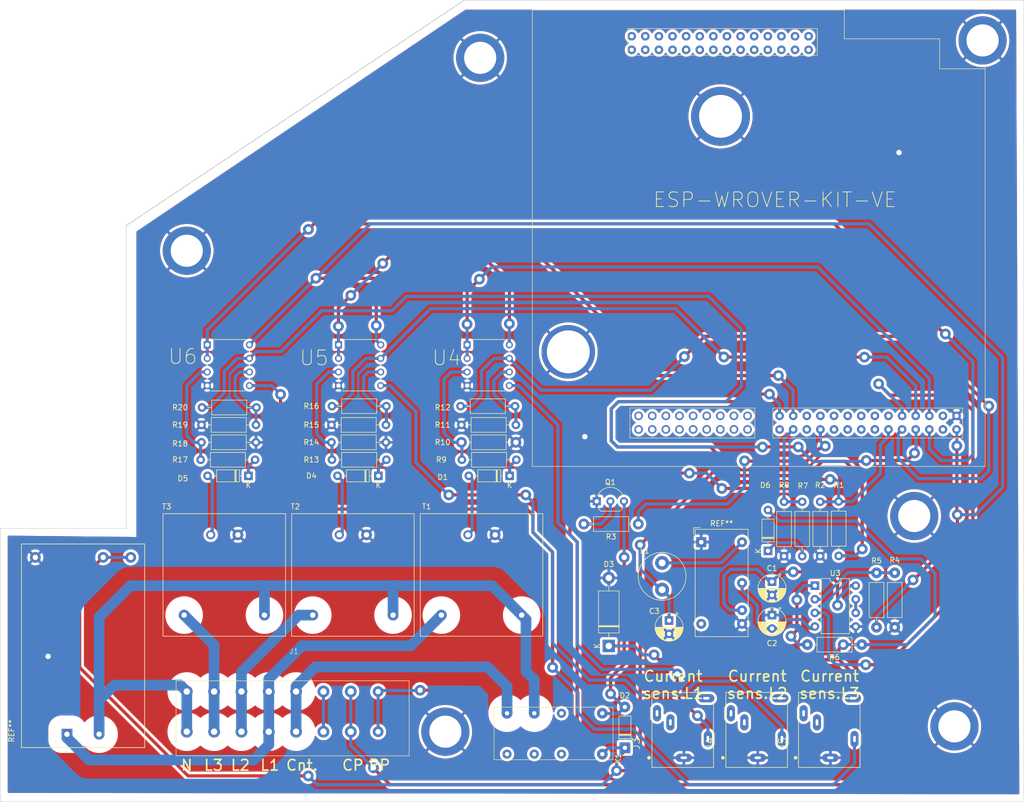
<source format=kicad_pcb>
(kicad_pcb (version 20221018) (generator pcbnew)
  (title_block (title "ECS HORIZOP Prototype") (date "2023-05-14") (rev "1.4") (company "HORIZOP Energy"))
  (layers (0 "F.Cu" signal) (31 "B.Cu" signal) (34 "B.Paste" user) (35 "F.Paste" user) (36 "B.SilkS" user "B.Silkscreen") (37 "F.SilkS" user "F.Silkscreen") (38 "B.Mask" user) (39 "F.Mask" user) (44 "Edge.Cuts" user))
  (net 0 "")
  (net 1 "GND")
  (net 2 "+5V")
  (net 3 "Net-(D1-Pad2)")
  (net 4 "Net-(D2-Pad2)")
  (net 5 "CP")
  (net 6 "Net-(D4-Pad2)")
  (net 7 "Net-(D5-Pad2)")
  (net 8 "Contactor")
  (net 9 "MAINS_N")
  (net 10 "MAINS_L3")
  (net 11 "MAINS_L2")
  (net 12 "MAINS_L1")
  (net 13 "/PP")
  (net 14 "CUR_SENS_L3")
  (net 15 "CUR_SENS_L2")
  (net 16 "CUR_SENS_L1")
  (net 17 "VOLTAGE_SENS_L1_READ")
  (net 18 "+12VDC")
  (net 19 "-12VDC")
  (net 20 "Net-(D1-Pad1)")
  (net 21 "Net-(D4-Pad1)")
  (net 22 "Net-(D5-Pad1)")
  (net 23 "Net-(D6-Pad1)")
  (net 24 "Net-(L1-Pad1)")
  (net 25 "Net-(Q1-Pad2)")
  (net 26 "DC_RELAY")
  (net 27 "Net-(R4-Pad2)")
  (net 28 "+3V3")
  (net 29 "Net-(R6-Pad2)")
  (net 30 "CP_READ")
  (net 31 "Net-(R10-Pad1)")
  (net 32 "Net-(R11-Pad2)")
  (net 33 "CURRENT_SENS_L1_READ")
  (net 34 "Net-(R13-Pad2)")
  (net 35 "Net-(R15-Pad2)")
  (net 36 "CURRENT_SENS_L2_READ")
  (net 37 "Net-(R17-Pad2)")
  (net 38 "Net-(R19-Pad2)")
  (net 39 "CURRENT_SENS_L3_READ")
  (net 40 "PWM")
  (net 41 "Net-(U3-Pad6)")
  (net 42 "VOLTAGE_SENS_L3_READ")
  (net 43 "VOLTAGE_SENS_L2_READ")
  (footprint "DehneEVSEFootPrints:MountingHole_6mm" (layer "F.Cu") (at 161.8 100.69)
    (fp_text reference "REF**" hide)
    (fp_text value "MountingHole_6mm")
  )
  (footprint "DehneEVSEFootPrints:MountingHole_6mm" (layer "F.Cu") (at 216.55 64.69)
    (fp_text reference "REF**" hide)
    (fp_text value "MountingHole_6mm")
  )
  (footprint "DehneEVSEFootPrints:MountingHole_6mm" (layer "F.Cu") (at 305.05 189.44)
    (fp_text reference "REF**" hide)
    (fp_text value "MountingHole_6mm")
  )
  (footprint "NonFoundThings:Bornier la5dher" (layer "F.Cu") (at 159.8 170.94)
    (fp_text reference "J1")
    (fp_text value "Connector1")
  )
  (footprint "ECS-PrototypeFootPrints:CUI_SJ1-3515N" (layer "F.Cu") (at 254.545 195.3 90)
    (fp_text reference "J3")
    (fp_text value "SJ1-3515N")
  )
  (footprint "ECS-PrototypeFootPrints:CUI_SJ1-3515N" (layer "F.Cu") (at 268.345 195.3 90)
    (fp_text reference "J4")
    (fp_text value "SJ1-3515N")
  )
  (footprint "ECS-PrototypeFootPrints:CUI_SJ1-3515N" (layer "F.Cu") (at 281.9 195.3 90)
    (fp_text reference "J5")
    (fp_text value "SJ1-3515N")
  )
  (footprint "Diode_THT:D_DO-35_SOD27_P7.62mm_Horizontal" (layer "F.Cu") (at 243.55 193.44 90)
    (fp_text reference "D2")
    (fp_text value "1N4148")
  )
  (footprint "Diode_THT:D_DO-15_P12.70mm_Horizontal" (layer "F.Cu") (at 240.55 174.44 90)
    (fp_text reference "D3")
    (fp_text value "TVS-P6KE16CA")
  )
  (footprint "Package_TO_SOT_THT:TO-92_Inline_Wide" (layer "F.Cu") (at 238.3 147.44)
    (fp_text reference "Q1")
    (fp_text value "PN2222A")
  )
  (footprint "Resistor_THT:R_Axial_DIN0207_L6.3mm_D2.5mm_P10.16mm_Horizontal" (layer "F.Cu") (at 283.449999 147.475001 -90)
    (fp_text reference "R1")
    (fp_text value "1k")
  )
  (footprint "Resistor_THT:R_Axial_DIN0207_L6.3mm_D2.5mm_P10.16mm_Horizontal" (layer "F.Cu") (at 280.005 157.69 90)
    (fp_text reference "R2")
    (fp_text value "1k")
  )
  (footprint "Resistor_THT:R_Axial_DIN0207_L6.3mm_D2.5mm_P10.16mm_Horizontal" (layer "F.Cu") (at 246.05 151.69 180)
    (fp_text reference "R3")
    (fp_text value "330")
  )
  (footprint "Resistor_THT:R_Axial_DIN0207_L6.3mm_D2.5mm_P10.16mm_Horizontal" (layer "F.Cu") (at 293.91 170.95 90)
    (fp_text reference "R4")
    (fp_text value "120k")
  )
  (footprint "Resistor_THT:R_Axial_DIN0207_L6.3mm_D2.5mm_P10.16mm_Horizontal" (layer "F.Cu") (at 290.51 160.79 -90)
    (fp_text reference "R5")
    (fp_text value "120k")
  )
  (footprint "Resistor_THT:R_Axial_DIN0207_L6.3mm_D2.5mm_P10.16mm_Horizontal" (layer "F.Cu") (at 287.755 174.19 180)
    (fp_text reference "R6")
    (fp_text value "1k")
  )
  (footprint "Resistor_THT:R_Axial_DIN0207_L6.3mm_D2.5mm_P10.16mm_Horizontal" (layer "F.Cu") (at 276.64 147.53 -90)
    (fp_text reference "R7")
    (fp_text value "180k")
  )
  (footprint "Resistor_THT:R_Axial_DIN0207_L6.3mm_D2.5mm_P10.16mm_Horizontal" (layer "F.Cu") (at 273.255 157.69 90)
    (fp_text reference "R8")
    (fp_text value "47k")
  )
  (footprint "DehneEVSEFootPrints:VB_05-1-12" (layer "F.Cu") (at 168.8 161.19 90)
    (fp_text reference "T3")
    (fp_text value "VB_05-1-12")
  )
  (footprint "DehneEVSEFootPrints:VB_05-1-12" (layer "F.Cu") (at 216.8 161.19 90)
    (fp_text reference "T1")
    (fp_text value "VB_05-1-12")
  )
  (footprint "DehneEVSEFootPrints:VB_05-1-12" (layer "F.Cu") (at 192.8 161.19 90)
    (fp_text reference "T2")
    (fp_text value "VB_05-1-12")
  )
  (footprint "DehneEVSEFootPrints:MountingHole_6mm" (layer "F.Cu") (at 297.55 150.19)
    (fp_text reference "REF**" hide)
    (fp_text value "MountingHole_6mm")
  )
  (footprint "Package_DIP:DIP-8_W7.62mm" (layer "F.Cu") (at 279.005 163.19)
    (fp_text reference "U3")
    (fp_text value "LT1498IN8")
  )
  (footprint "Diode_THT:D_DO-35_SOD27_P7.62mm_Horizontal" (layer "F.Cu") (at 270.255 156.69 90)
    (fp_text reference "D6")
    (fp_text value "1N4148")
  )
  (footprint "Inductor_THT:L_Radial_D8.7mm_P5.00mm_Fastron_07HCP" (layer "F.Cu") (at 250.5 158.94 -90)
    (fp_text reference "L1")
    (fp_text value "18uH")
  )
  (footprint "Capacitor_THT:CP_Radial_D5.0mm_P2.50mm" (layer "F.Cu") (at 271.005 168.69 -90)
    (fp_text reference "C2")
    (fp_text value "1uf")
  )
  (footprint "Capacitor_THT:CP_Radial_D5.0mm_P2.50mm" (layer "F.Cu") (at 251.8 169.69 -90)
    (fp_text reference "C3")
    (fp_text value "2.2uf/50V")
  )
  (footprint "Capacitor_THT:CP_Radial_D5.0mm_P2.50mm" (layer "F.Cu") (at 271.005 162.44 -90)
    (fp_text reference "C1")
    (fp_text value "1uf")
  )
  (footprint "Diode_THT:D_DO-35_SOD27_P7.62mm_Horizontal" (layer "F.Cu") (at 197.55 142.69 180)
    (fp_text reference "D4")
    (fp_text value "1N4148")
  )
  (footprint "Resistor_THT:R_Axial_DIN0207_L6.3mm_D2.5mm_P10.16mm_Horizontal" (layer "F.Cu") (at 188.8 133.19)
    (fp_text reference "R15")
    (fp_text value "10k")
  )
  (footprint "Diode_THT:D_DO-35_SOD27_P7.62mm_Horizontal" (layer "F.Cu") (at 222.05 142.69 180)
    (fp_text reference "D1")
    (fp_text value "1N4148")
  )
  (footprint "Resistor_THT:R_Axial_DIN0207_L6.3mm_D2.5mm_P10.16mm_Horizontal" (layer "F.Cu") (at 223.3 139.69 180)
    (fp_text reference "R9")
    (fp_text value "100k")
  )
  (footprint "Resistor_THT:R_Axial_DIN0207_L6.3mm_D2.5mm_P10.16mm_Horizontal" (layer "F.Cu") (at 213.05 136.44)
    (fp_text reference "R10")
    (fp_text value "10k")
  )
  (footprint "Resistor_THT:R_Axial_DIN0207_L6.3mm_D2.5mm_P10.16mm_Horizontal" (layer "F.Cu") (at 213.05 133.19)
    (fp_text reference "R11")
    (fp_text value "10k")
  )
  (footprint "Resistor_THT:R_Axial_DIN0207_L6.3mm_D2.5mm_P10.16mm_Horizontal" (layer "F.Cu") (at 174.55 139.69 180)
    (fp_text reference "R17")
    (fp_text value "100k")
  )
  (footprint "Resistor_THT:R_Axial_DIN0207_L6.3mm_D2.5mm_P10.16mm_Horizontal" (layer "F.Cu") (at 199.05 129.69 180)
    (fp_text reference "R16")
    (fp_text value "10k")
  )
  (footprint "Resistor_THT:R_Axial_DIN0207_L6.3mm_D2.5mm_P10.16mm_Horizontal" (layer "F.Cu") (at 164.55 136.44)
    (fp_text reference "R18")
    (fp_text value "10k")
  )
  (footprint "Resistor_THT:R_Axial_DIN0207_L6.3mm_D2.5mm_P10.16mm_Horizontal" (layer "F.Cu") (at 199.05 139.69 180)
    (fp_text reference "R13")
    (fp_text value "100k")
  )
  (footprint "Resistor_THT:R_Axial_DIN0207_L6.3mm_D2.5mm_P10.16mm_Horizontal" (layer "F.Cu") (at 223.05 129.69 180)
    (fp_text reference "R12")
    (fp_text value "10k")
  )
  (footprint "Resistor_THT:R_Axial_DIN0207_L6.3mm_D2.5mm_P10.16mm_Horizontal" (layer "F.Cu") (at 188.8 136.44)
    (fp_text reference "R14")
    (fp_text value "10k")
  )
  (footprint "Resistor_THT:R_Axial_DIN0207_L6.3mm_D2.5mm_P10.16mm_Horizontal" (layer "F.Cu") (at 174.8 129.94 180)
    (fp_text reference "R20")
    (fp_text value "10k")
  )
  (footprint "Resistor_THT:R_Axial_DIN0207_L6.3mm_D2.5mm_P10.16mm_Horizontal" (layer "F.Cu") (at 164.55 133.19)
    (fp_text reference "R19")
    (fp_text value "10k")
  )
  (footprint "Diode_THT:D_DO-35_SOD27_P7.62mm_Horizontal" (layer "F.Cu") (at 173.3 142.69 180)
    (fp_text reference "D5")
    (fp_text value "1N4148")
  )
  (footprint "ECS-PrototypeFootPrints:DIP787W46P254L927H533Q8" (layer "F.Cu") (at 218.05 122.05)
    (fp_text reference "U4")
    (fp_text value "MCP602T")
  )
  (footprint "ECS-PrototypeFootPrints:DIP787W46P254L927H533Q8" (layer "F.Cu") (at 194.05 122.05)
    (fp_text reference "U5")
    (fp_text value "MCP602T")
  )
  (footprint "ECS-PrototypeFootPrints:DIP787W46P254L927H533Q8" (layer "F.Cu") (at 169.55 122.05)
    (fp_text reference "U6")
    (fp_text value "MCP602T")
  )
  (footprint "NonFoundThings:RY5W-K" (layer "F.Cu") (at 231.02 201.22 180)
    (fp_text reference "REF**" hide)
    (fp_text value "RY5W-K")
  )
  (footprint "Converter_DCDC:Converter_DCDC_XP_POWER-IAxxxxD_THT" (layer "F.Cu") (at 257.8 155.07)
    (fp_text reference "REF**")
    (fp_text value "Converter_DCDC_XP_POWER-IAxxxxD_THT")
  )
  (footprint "" (layer "F.Cu") (at 210.05 190.44)
    (fp_text reference "")
    (fp_text value "")
  )
  (footprint "" (layer "F.Cu") (at 310.3 61.44)
    (fp_text reference "")
    (fp_text value "")
  )
  (footprint "ECS-PrototypeFootPrints:CONV_HLK-5M05" (layer "F.Cu") (at 142.44 174.41 90)
    (fp_text reference "REF**")
    (fp_text value "CONV_HLK-5M05")
  )
  (footprint "" (layer "F.Cu") (at 233.49 118.59)
    (fp_text reference "")
    (fp_text value "")
  )
  (footprint "" (layer "F.Cu") (at 263.01 75.31)
    (fp_text reference "")
    (fp_text value "")
  )
  (footprint "NonFoundThings:ESP-WROVER-KIT-VE" (layer "B.Cu") (at 310.79 140.94 90)
    (fp_text reference "Ref**" hide)
    (fp_text value "ESP-WROVER-KIT-VE" hide)
  )
  (footprint "ECS-PrototypeFootPrints:KiCAD Loo" (layer "B.Cu") (at 203.83 78.07 180)
    (fp_text reference "G***" hide)
    (fp_text value "LOGO" hide)
  )
  (gr_line (start 318 203.5) (end 127 203.5) (stroke (width 0.1)) (layer "Edge.Cuts"))
  (gr_line (start 213.5 54) (end 318 54) (stroke (width 0.1)) (layer "Edge.Cuts"))
  (gr_line (start 127 203.5) (end 126.995 152.5) (stroke (width 0.1)) (layer "Edge.Cuts"))
  (gr_line (start 318 54) (end 318 203.5) (stroke (width 0.1)) (layer "Edge.Cuts"))
  (gr_line (start 150.5 96) (end 213.5 54) (stroke (width 0.2)) (layer "Edge.Cuts"))
  (gr_line (start 150.5 152.5) (end 150.5 96) (stroke (width 0.1)) (layer "Edge.Cuts"))
  (gr_line (start 126.995 152.5) (end 150.5 152.5) (stroke (width 0.1)) (layer "Edge.Cuts"))
  (gr_text "HORIZOP Energy\nECS PCB V9 August 2023" (at 203.43 91.37) (layer "F.Cu") (effects (font (size 2 2) (thickness 0.5) bold) (justify bottom)))
  (gr_text "L3" (at 166.8 196.69) (layer "F.SilkS") (effects (font (size 2 2) (thickness 0.3))))
  (gr_text "L2" (at 171.8 196.69) (layer "F.SilkS") (effects (font (size 2 2) (thickness 0.3))))
  (gr_text "L1" (at 177.3 196.69) (layer "F.SilkS") (effects (font (size 2 2) (thickness 0.3))))
  (gr_text "Cnt." (at 183.3 196.69) (layer "F.SilkS") (effects (font (size 2 2) (thickness 0.3))))
  (gr_text "CP" (at 192.8 196.69) (layer "F.SilkS") (effects (font (size 2 2) (thickness 0.3))))
  (gr_text "PP" (at 197.75 196.67) (layer "F.SilkS") (effects (font (size 2 2) (thickness 0.3))))
  (gr_text "Current\nsens.L1" (at 252.55 181.69) (layer "F.SilkS") (effects (font (size 2 2) (thickness 0.3))))
  (gr_text "Current\nsens.L2" (at 268.255 181.69) (layer "F.SilkS") (effects (font (size 2 2) (thickness 0.3))))
  (gr_text "Current\nsens.L3" (at 281.755 181.69) (layer "F.SilkS") (effects (font (size 2 2) (thickness 0.3))))
  (gr_text "N" (at 161.8 196.69) (layer "F.SilkS") (effects (font (size 2 2) (thickness 0.3))))
  (gr_text "ESP-WROVER-KIT-VE" (at 271.55 91.19) (layer "F.SilkS") (effects (font (size 2.755976 2.755976))))
  (segment (start 187.3 182.94) (end 187.3 190.44) (width 0.6) (layer "B.Cu") (net 0))
  (via (at 236.08 135.38) (size 2) (drill 1) (layers "F.Cu" "B.Cu") (net 1))
  (via (at 294.71 82.37) (size 2) (drill 1) (layers "F.Cu" "B.Cu") (net 1))
  (via (at 135.92 176.38) (size 2) (drill 1) (layers "F.Cu" "B.Cu") (net 1))
  (segment (start 151.34 157.91) (end 151.64 157.61) (width 0.6) (layer "F.Cu") (net 2))
  (segment (start 141.8 178.45) (end 141.8 162.25) (width 0.6) (layer "F.Cu") (net 2))
  (segment (start 242.17 137.31) (end 241 136.14) (width 0.6) (layer "F.Cu") (net 2))
  (segment (start 260.05 141.94) (end 264.12 141.94) (width 0.6) (layer "F.Cu") (net 2))
  (segment (start 270.53 127.44) (end 270.14 127.83) (width 0.6) (layer "F.Cu") (net 2))
  (segment (start 241 136.14) (end 241 130.19) (width 0.6) (layer "F.Cu") (net 2))
  (segment (start 267.61 128.84) (end 269.01 127.44) (width 0.6) (layer "F.Cu") (net 2))
  (segment (start 259.49 137.31) (end 242.17 137.31) (width 0.6) (layer "F.Cu") (net 2))
  (segment (start 243.95 197.7) (end 242.01 197.7) (width 0.6) (layer "F.Cu") (net 2))
  (segment (start 264.84 142.66) (end 259.49 137.31) (width 0.6) (layer "F.Cu") (net 2))
  (segment (start 184.46 198.69) (end 162.04 198.69) (width 0.6) (layer "F.Cu") (net 2))
  (segment (start 287.84 143.18) (end 284.66 140) (width 0.6) (layer "F.Cu") (net 2))
  (segment (start 269.01 127.44) (end 270.53 127.44) (width 0.6) (layer "F.Cu") (net 2))
  (segment (start 264.12 141.94) (end 264.125 141.945) (width 0.6) (layer "F.Cu") (net 2))
  (segment (start 287.84 156.34) (end 287.84 143.18) (width 0.6) (layer "F.Cu") (net 2))
  (segment (start 242.35 128.84) (end 267.61 128.84) (width 0.6) (layer "F.Cu") (net 2))
  (segment (start 146.14 157.91) (end 146.19 157.91) (width 0.6) (layer "F.Cu") (net 2))
  (segment (start 146.2 157.9) (end 146.21 157.91) (width 0.6) (layer "F.Cu") (net 2))
  (segment (start 141.8 162.25) (end 146.14 157.91) (width 0.6) (layer "F.Cu") (net 2))
  (segment (start 151.64 157.61) (end 151.66 157.61) (width 0.6) (layer "F.Cu") (net 2))
  (segment (start 284.66 140) (end 280.39 140) (width 0.6) (layer "F.Cu") (net 2))
  (segment (start 241 130.19) (end 242.35 128.84) (width 0.6) (layer "F.Cu") (net 2))
  (segment (start 280.39 140) (end 277.73 142.66) (width 0.6) (layer "F.Cu") (net 2))
  (segment (start 246.41 155.58) (end 260.05 141.94) (width 0.6) (layer "F.Cu") (net 2))
  (segment (start 146.19 157.91) (end 146.2 157.9) (width 0.6) (layer "F.Cu") (net 2))
  (segment (start 277.73 142.66) (end 264.84 142.66) (width 0.6) (layer "F.Cu") (net 2))
  (segment (start 246.41 155.58) (end 246.41 195.24) (width 0.6) (layer "F.Cu") (net 2))
  (segment (start 246.41 195.24) (end 243.95 197.7) (width 0.6) (layer "F.Cu") (net 2))
  (segment (start 162.04 198.69) (end 141.8 178.45) (width 0.6) (layer "F.Cu") (net 2))
  (via (at 270.53 127.44) (size 2) (drill 1) (layers "F.Cu" "B.Cu") (net 2))
  (via (at 246.41 155.58) (size 2) (drill 1) (layers "F.Cu" "B.Cu") (net 2))
  (via (at 184.46 198.69) (size 2) (drill 1) (layers "F.Cu" "B.Cu") (net 2))
  (via (at 146.2 157.9) (size 2) (drill 1) (layers "F.Cu" "B.Cu") (net 2))
  (via (at 242.01 197.7) (size 2) (drill 1) (layers "F.Cu" "B.Cu") (net 2))
  (via (at 287.84 156.34) (size 2) (drill 1) (layers "F.Cu" "B.Cu") (net 2))
  (segment (start 146.21 157.91) (end 151.34 157.91) (width 0.6) (layer "B.Cu") (net 2))
  (segment (start 242.01 195.56) (end 243.55 194.02) (width 0.6) (layer "B.Cu") (net 2))
  (segment (start 251.8 169.69) (end 251.8 165.24) (width 0.6) (layer "B.Cu") (net 2))
  (segment (start 250.25 163.94) (end 250.5 163.94) (width 0.6) (layer "B.Cu") (net 2))
  (segment (start 251.8 165.24) (end 250.5 163.94) (width 0.6) (layer "B.Cu") (net 2))
  (segment (start 287.84 156.34) (end 286.565 157.615) (width 0.6) (layer "B.Cu") (net 2))
  (segment (start 286.565 157.615) (end 283.47 157.615) (width 0.6) (layer "B.Cu") (net 2))
  (segment (start 243.55 194.02) (end 243.55 193.44) (width 0.6) (layer "B.Cu") (net 2))
  (segment (start 242.01 197.7) (end 242.01 195.56) (width 0.6) (layer "B.Cu") (net 2))
  (segment (start 246.41 155.58) (end 246.41 160.1) (width 0.6) (layer "B.Cu") (net 2))
  (segment (start 239.34 194.62) (end 240.52 193.44) (width 0.6) (layer "B.Cu") (net 2))
  (segment (start 240.52 193.44) (end 243.55 193.44) (width 0.6) (layer "B.Cu") (net 2))
  (segment (start 246.41 160.1) (end 250.25 163.94) (width 0.6) (layer "B.Cu") (net 2))
  (segment (start 270.53 127.44) (end 272.42 129.33) (width 0.6) (layer "B.Cu") (net 2))
  (segment (start 186.1 200.33) (end 184.46 198.69) (width 0.6) (layer "B.Cu") (net 2))
  (segment (start 283.47 157.615) (end 283.449999 157.635001) (width 0.6) (layer "B.Cu") (net 2))
  (segment (start 239.38 200.33) (end 186.1 200.33) (width 0.6) (layer "B.Cu") (net 2))
  (segment (start 272.42 129.33) (end 272.42 131.5) (width 0.6) (layer "B.Cu") (net 2))
  (segment (start 242.01 197.7) (end 239.38 200.33) (width 0.6) (layer "B.Cu") (net 2))
  (segment (start 214.26 142.86) (end 214.43 142.69) (width 0.6) (layer "F.Cu") (net 3))
  (segment (start 215.05 152.907) (end 214.26 153.697) (width 0.6) (layer "B.Cu") (net 3))
  (segment (start 214.43 142.69) (end 215.05 143.31) (width 0.6) (layer "B.Cu") (net 3))
  (segment (start 215.05 143.31) (end 215.05 152.907) (width 0.6) (layer "B.Cu") (net 3))
  (segment (start 243.42 177.84) (end 240.88 180.38) (width 0.6) (layer "F.Cu") (net 4))
  (segment (start 240.88 180.38) (end 240.88 183.37) (width 0.6) (layer "F.Cu") (net 4))
  (segment (start 243.3 147.52) (end 243.38 147.44) (width 0.6) (layer "F.Cu") (net 4))
  (segment (start 243.3 185.57) (end 243.55 185.82) (width 0.6) (layer "F.Cu") (net 4))
  (segment (start 243.42 157.91) (end 243.42 177.84) (width 0.6) (layer "F.Cu") (net 4))
  (via (at 240.88 183.37) (size 2) (drill 1) (layers "F.Cu" "B.Cu") (net 4))
  (via (at 243.42 157.91) (size 2) (drill 1) (layers "F.Cu" "B.Cu") (net 4))
  (segment (start 243.42 147.48) (end 243.38 147.44) (width 0.6) (layer "B.Cu") (net 4))
  (segment (start 243.42 157.91) (end 243.42 147.48) (width 0.6) (layer "B.Cu") (net 4))
  (segment (start 240.88 183.37) (end 240.88 183.39) (width 0.6) (layer "B.Cu") (net 4))
  (segment (start 243.55 185.82) (end 242.32 187.05) (width 0.6) (layer "B.Cu") (net 4))
  (segment (start 242.32 187.05) (end 239.39 187.05) (width 0.6) (layer "B.Cu") (net 4))
  (segment (start 243.31 185.82) (end 243.55 185.82) (width 0.6) (layer "B.Cu") (net 4))
  (segment (start 240.88 183.39) (end 243.31 185.82) (width 0.6) (layer "B.Cu") (net 4))
  (segment (start 239.39 187.05) (end 239.34 187) (width 0.6) (layer "B.Cu") (net 4))
  (segment (start 289.5 183) (end 283.5 177) (width 0.6) (layer "F.Cu") (net 5))
  (segment (start 284.26 174.19) (end 284.29 174.19) (width 0.6) (layer "F.Cu") (net 5))
  (segment (start 196.65 197.25) (end 199.73 200.33) (width 0.6) (layer "F.Cu") (net 5))
  (segment (start 289.5 198.25) (end 289.5 183) (width 0.6) (layer "F.Cu") (net 5))
  (segment (start 196.65 197.23) (end 196.65 197.25) (width 0.6) (layer "F.Cu") (net 5))
  (segment (start 283.5 177) (end 280.95 177) (width 0.6) (layer "F.Cu") (net 5))
  (segment (start 284.29 174.19) (end 284.3 174.2) (width 0.6) (layer "F.Cu") (net 5))
  (segment (start 287.42 200.33) (end 289.5 198.25) (width 0.6) (layer "F.Cu") (net 5))
  (segment (start 283.5 177) (end 283.5 174.95) (width 0.6) (layer "F.Cu") (net 5))
  (segment (start 284.3 174.2) (end 284.31 174.19) (width 0.6) (layer "F.Cu") (net 5))
  (segment (start 249.9 177) (end 283.5 177) (width 0.6) (layer "F.Cu") (net 5))
  (segment (start 199.73 200.33) (end 287.42 200.33) (width 0.6) (layer "F.Cu") (net 5))
  (segment (start 249 176.1) (end 249.9 177) (width 0.6) (layer "F.Cu") (net 5))
  (segment (start 283.5 174.95) (end 284.26 174.19) (width 0.6) (layer "F.Cu") (net 5))
  (via (at 196.64 197.17) (size 2) (drill 1) (layers "F.Cu" "B.Cu") (net 5))
  (via (at 284.3 174.2) (size 2) (drill 1) (layers "F.Cu" "B.Cu") (net 5))
  (via (at 249 176.1) (size 2) (drill 1) (layers "F.Cu" "B.Cu") (net 5))
  (segment (start 192.4 182.94) (end 192.4 190.44) (width 0.6) (layer "B.Cu") (net 5))
  (segment (start 301.42 160.85) (end 298.76 158.19) (width 0.6) (layer "B.Cu") (net 5))
  (segment (start 272.315 151.13) (end 270.255 149.07) (width 0.6) (layer "B.Cu") (net 5))
  (segment (start 296.18 174.19) (end 301.42 168.95) (width 0.6) (layer "B.Cu") (net 5))
  (segment (start 286.68 151.13) (end 272.315 151.13) (width 0.6) (layer "B.Cu") (net 5))
  (segment (start 293.74 158.19) (end 286.68 151.13) (width 0.6) (layer "B.Cu") (net 5))
  (segment (start 301.42 168.95) (end 301.42 160.85) (width 0.6) (layer "B.Cu") (net 5))
  (segment (start 192.4 193.01) (end 196.56 197.17) (width 0.6) (layer "B.Cu") (net 5))
  (segment (start 284.31 174.19) (end 287.755 174.19) (width 0.6) (layer "B.Cu") (net 5))
  (segment (start 192.4 190.44) (end 192.4 193.01) (width 0.6) (layer "B.Cu") (net 5))
  (segment (start 249 176.1) (end 246.96 176.1) (width 0.6) (layer "B.Cu") (net 5))
  (segment (start 196.56 197.17) (end 196.64 197.17) (width 0.6) (layer "B.Cu") (net 5))
  (segment (start 298.76 158.19) (end 293.74 158.19) (width 0.6) (layer "B.Cu") (net 5))
  (segment (start 245.3 174.44) (end 240.55 174.44) (width 0.6) (layer "B.Cu") (net 5))
  (segment (start 246.96 176.1) (end 245.3 174.44) (width 0.6) (layer "B.Cu") (net 5))
  (segment (start 287.755 174.19) (end 296.18 174.19) (width 0.6) (layer "B.Cu") (net 5))
  (segment (start 190.26 143.02) (end 189.93 142.69) (width 0.6) (layer "F.Cu") (net 6))
  (segment (start 190.8 143.56) (end 190.8 153.157) (width 0.6) (layer "B.Cu") (net 6))
  (segment (start 189.93 142.69) (end 190.8 143.56) (width 0.6) (layer "B.Cu") (net 6))
  (segment (start 190.8 153.157) (end 190.26 153.697) (width 0.6) (layer "B.Cu") (net 6))
  (segment (start 166.55 143.56) (end 166.55 153.407) (width 0.6) (layer "B.Cu") (net 7))
  (segment (start 165.68 142.69) (end 166.55 143.56) (width 0.6) (layer "B.Cu") (net 7))
  (segment (start 166.55 153.407) (end 166.26 153.697) (width 0.6) (layer "B.Cu") (net 7))
  (segment (start 185.808881 178.35) (end 182.2 181.958881) (width 2) (layer "B.Cu") (net 8))
  (segment (start 211.71 178.35) (end 217.9 178.35) (width 2) (layer "B.Cu") (net 8))
  (segment (start 221.56 182.01) (end 221.56 187) (width 2) (layer "B.Cu") (net 8))
  (segment (start 182.2 183.34) (end 182.2 190.44) (width 2) (layer "B.Cu") (net 8))
  (segment (start 182.2 181.958881) (end 182.2 182.94) (width 2) (layer "B.Cu") (net 8))
  (segment (start 211.71 178.35) (end 185.808881 178.35) (width 2) (layer "B.Cu") (net 8))
  (segment (start 217.9 178.35) (end 221.56 182.01) (width 2) (layer "B.Cu") (net 8))
  (segment (start 161.8 182.94) (end 160.61 181.75) (width 2) (layer "B.Cu") (net 9))
  (segment (start 145.54 184.47) (end 145.44 184.57) (width 2) (layer "B.Cu") (net 9))
  (segment (start 146.36 183.65) (end 145.54 184.47) (width 2) (layer "B.Cu") (net 9))
  (segment (start 200.293 168.683) (end 200.293 163.197) (width 2) (layer "B.Cu") (net 9))
  (segment (start 176.293 168.683) (end 176.293 163.683) (width 2) (layer "B.Cu") (net 9))
  (segment (start 145.44 186.02) (end 145.44 169.05) (width 2) (layer "B.Cu") (net 9))
  (segment (start 226.64 180.726039) (end 225.1 179.186039) (width 2) (layer "B.Cu") (net 9))
  (segment (start 148.26 181.75) (end 146.36 183.65) (width 2) (layer "B.Cu") (net 9))
  (segment (start 200.293 163.197) (end 200.3 163.19) (width 2) (layer "B.Cu") (net 9))
  (segment (start 176.293 163.683) (end 175.8 163.19) (width 2) (layer "B.Cu") (net 9))
  (segment (start 226.64 187) (end 226.64 180.726039) (width 2) (layer "B.Cu") (net 9))
  (segment (start 161.8 182.94) (end 161.8 190.44) (width 2) (layer "B.Cu") (net 9))
  (segment (start 225.1 169.49) (end 224.293 168.683) (width 2) (layer "B.Cu") (net 9))
  (segment (start 175.8 163.19) (end 200.3 163.19) (width 2) (layer "B.Cu") (net 9))
  (segment (start 218.8 163.19) (end 224.293 168.683) (width 2) (layer "B.Cu") (net 9))
  (segment (start 151.3 163.19) (end 175.8 163.19) (width 2) (layer "B.Cu") (net 9))
  (segment (start 145.44 169.05) (end 151.3 163.19) (width 2) (layer "B.Cu") (net 9))
  (segment (start 145.44 184.57) (end 145.44 190.91) (width 2) (layer "B.Cu") (net 9))
  (segment (start 225.1 179.186039) (end 225.1 169.49) (width 2) (layer "B.Cu") (net 9))
  (segment (start 200.3 163.19) (end 218.8 163.19) (width 2) (layer "B.Cu") (net 9))
  (segment (start 160.61 181.75) (end 148.26 181.75) (width 2) (layer "B.Cu") (net 9))
  (segment (start 161.307 168.683) (end 166.9 174.276) (width 2) (layer "B.Cu") (net 10))
  (segment (start 166.9 174.276) (end 166.9 190.44) (width 2) (layer "B.Cu") (net 10))
  (segment (start 182.656961 168.683) (end 172 179.339961) (width 2) (layer "B.Cu") (net 11))
  (segment (start 172 179.339961) (end 172 190.44) (width 2) (layer "B.Cu") (net 11))
  (segment (start 185.307 168.683) (end 182.656961 168.683) (width 2) (layer "B.Cu") (net 11))
  (segment (start 139.44 190.91) (end 139.44 191.573962) (width 2) (layer "B.Cu") (net 12))
  (segment (start 203.59 174.4) (end 209.307 168.683) (width 2) (layer "B.Cu") (net 12))
  (segment (start 174.28 195.71) (end 177.1 192.89) (width 2) (layer "B.Cu") (net 12))
  (segment (start 177.1 180.603923) (end 183.303923 174.4) (width 2) (layer "B.Cu") (net 12))
  (segment (start 139.44 191.573962) (end 143.576038 195.71) (width 2) (layer "B.Cu") (net 12))
  (segment (start 143.576038 195.71) (end 174.28 195.71) (width 2) (layer "B.Cu") (net 12))
  (segment (start 177.1 192.89) (end 177.1 180.603923) (width 2) (layer "B.Cu") (net 12))
  (segment (start 183.303923 174.4) (end 203.59 174.4) (width 2) (layer "B.Cu") (net 12))
  (segment (start 280.12 143.36) (end 278.43 145.05) (width 0.6) (layer "F.Cu") (net 13))
  (segment (start 219.05 191.69) (end 216.8 189.44) (width 0.6) (layer "F.Cu") (net 13))
  (segment (start 233.3 142.99) (end 233.3 153.69) (width 0.6) (layer "F.Cu") (net 13))
  (segment (start 232.22 191.69) (end 219.05 191.69) (width 0.6) (layer "F.Cu") (net 13))
  (segment (start 281.84 143.36) (end 280.12 143.36) (width 0.6) (layer "F.Cu") (net 13))
  (segment (start 278.43 145.05) (end 261.66 145.05) (width 0.6) (layer "F.Cu") (net 13))
  (segment (start 205.36 182.69) (end 205.35 182.7) (width 0.6) (layer "F.Cu") (net 13))
  (segment (start 216.8 189.44) (end 216.8 186.19) (width 0.6) (layer "F.Cu") (net 13))
  (segment (start 234.65 189.26) (end 232.22 191.69) (width 0.6) (layer "F.Cu") (net 13))
  (segment (start 283.395 147.53) (end 283.449999 147.475001) (width 0.6) (layer "F.Cu") (net 13))
  (segment (start 234.1 142.19) (end 233.3 142.99) (width 0.6) (layer "F.Cu") (net 13))
  (segment (start 233.3 153.69) (end 234.65 155.04) (width 0.6) (layer "F.Cu") (net 13))
  (segment (start 213.3 182.69) (end 205.36 182.69) (width 0.6) (layer "F.Cu") (net 13))
  (segment (start 234.65 155.04) (end 234.65 189.26) (width 0.6) (layer "F.Cu") (net 13))
  (segment (start 216.8 186.19) (end 213.3 182.69) (width 0.6) (layer "F.Cu") (net 13))
  (segment (start 205.35 182.7) (end 205.34 182.69) (width 0.6) (layer "F.Cu") (net 13))
  (segment (start 255.6 142.19) (end 234.2 142.19) (width 0.6) (layer "F.Cu") (net 13))
  (segment (start 234.8 142.19) (end 234.1 142.19) (width 0.6) (layer "F.Cu") (net 13))
  (segment (start 197.75 182.69) (end 197.5 182.94) (width 0.6) (layer "F.Cu") (net 13))
  (via (at 205.35 182.7) (size 2) (drill 1) (layers "F.Cu" "B.Cu") (net 13))
  (via (at 255.6 142.19) (size 2) (drill 1) (layers "F.Cu" "B.Cu") (net 13))
  (via (at 281.84 143.36) (size 2) (drill 1) (layers "F.Cu" "B.Cu") (net 13))
  (via (at 261.66 145.05) (size 2) (drill 1) (layers "F.Cu" "B.Cu") (net 13))
  (segment (start 258.8 142.19) (end 256.8 142.19) (width 0.6) (layer "B.Cu") (net 13))
  (segment (start 205.34 182.69) (end 205.28 182.75) (width 0.6) (layer "B.Cu") (net 13))
  (segment (start 205.28 182.75) (end 197.81 182.75) (width 0.6) (layer "B.Cu") (net 13))
  (segment (start 282.84 143.36) (end 283.449999 143.969999) (width 0.6) (layer "B.Cu") (net 13))
  (segment (start 261.66 145.05) (end 258.8 142.19) (width 0.6) (layer "B.Cu") (net 13))
  (segment (start 280.005 147.53) (end 283.395 147.53) (width 0.6) (layer "B.Cu") (net 13))
  (segment (start 197.81 182.75) (end 197.75 182.69) (width 0.6) (layer "B.Cu") (net 13))
  (segment (start 197.5 182.94) (end 197.5 190.44) (width 0.6) (layer "B.Cu") (net 13))
  (segment (start 291.25 136.86) (end 292.74 135.37) (width 0.6) (layer "B.Cu") (net 13))
  (segment (start 283.449999 147.475001) (end 286.034999 147.475001) (width 0.6) (layer "B.Cu") (net 13))
  (segment (start 283.449999 143.969999) (end 283.449999 147.475001) (width 0.6) (layer "B.Cu") (net 13))
  (segment (start 291.25 142.26) (end 291.25 136.86) (width 0.6) (layer "B.Cu") (net 13))
  (segment (start 281.84 143.36) (end 282.84 143.36) (width 0.6) (layer "B.Cu") (net 13))
  (segment (start 286.034999 147.475001) (end 291.25 142.26) (width 0.6) (layer "B.Cu") (net 13))
  (segment (start 292.74 135.37) (end 292.74 134.04) (width 0.6) (layer "B.Cu") (net 13))
  (segment (start 230.05 178.44) (end 230.05 156.9) (width 0.6) (layer "F.Cu") (net 14))
  (segment (start 179.3 127.5) (end 179.3 127.44) (width 0.6) (layer "F.Cu") (net 14))
  (segment (start 226.4 150) (end 225.3 148.9) (width 0.6) (layer "F.Cu") (net 14))
  (segment (start 230.05 156.9) (end 226.4 153.25) (width 0.6) (layer "F.Cu") (net 14))
  (segment (start 225.3 148.9) (end 185.51 148.9) (width 0.6) (layer "F.Cu") (net 14))
  (segment (start 226.4 153.25) (end 226.4 150) (width 0.6) (layer "F.Cu") (net 14))
  (segment (start 179.3 142.69) (end 179.3 127.5) (width 0.6) (layer "F.Cu") (net 14))
  (segment (start 185.51 148.9) (end 179.3 142.69) (width 0.6) (layer "F.Cu") (net 14))
  (via (at 230.05 178.44) (size 2) (drill 1) (layers "F.Cu" "B.Cu") (net 14))
  (via (at 179.3 127.5) (size 2) (drill 1) (layers "F.Cu" "B.Cu") (net 14))
  (segment (start 234.8 186.9) (end 237.87 189.97) (width 0.6) (layer "B.Cu") (net 14))
  (segment (start 255.43 200.33) (end 282.47 200.33) (width 0.6) (layer "B.Cu") (net 14))
  (segment (start 246.55 191.45) (end 255.43 200.33) (width 0.6) (layer "B.Cu") (net 14))
  (segment (start 246.55 191.44) (end 246.55 191.45) (width 0.6) (layer "B.Cu") (net 14))
  (segment (start 286.4 196.4) (end 286.4 191.8) (width 0.6) (layer "B.Cu") (net 14))
  (segment (start 179.3 127.5) (end 177.66 125.86) (width 0.6) (layer "B.Cu") (net 14))
  (segment (start 245.08 189.97) (end 246.55 191.44) (width 0.6) (layer "B.Cu") (net 14))
  (segment (start 282.47 200.33) (end 286.4 196.4) (width 0.6) (layer "B.Cu") (net 14))
  (segment (start 234.8 183.19) (end 234.8 186.9) (width 0.6) (layer "B.Cu") (net 14))
  (segment (start 237.87 189.97) (end 245.08 189.97) (width 0.6) (layer "B.Cu") (net 14))
  (segment (start 230.05 178.44) (end 234.8 183.19) (width 0.6) (layer "B.Cu") (net 14))
  (segment (start 177.66 125.86) (end 173.485 125.86) (width 0.6) (layer "B.Cu") (net 14))
  (segment (start 225.11 146.3) (end 225.06 146.25) (width 0.6) (layer "F.Cu") (net 15))
  (segment (start 210.7 146.25) (end 210.66 146.3) (width 0.6) (layer "F.Cu") (net 15))
  (segment (start 225.06 146.25) (end 210.7 146.25) (width 0.6) (layer "F.Cu") (net 15))
  (via (at 210.7 146.25) (size 2) (drill 1) (layers "F.Cu" "B.Cu") (net 15))
  (via (at 225.06 146.25) (size 2) (drill 1) (layers "F.Cu" "B.Cu") (net 15))
  (segment (start 225.06 146.25) (end 226.4 147.59) (width 0.6) (layer "B.Cu") (net 15))
  (segment (start 243.65 180.8) (end 246.47 183.62) (width 0.6) (layer "B.Cu") (net 15))
  (segment (start 226.4 147.59) (end 226.4 153.25) (width 0.6) (layer "B.Cu") (net 15))
  (segment (start 236.92 180.8) (end 243.65 180.8) (width 0.6) (layer "B.Cu") (net 15))
  (segment (start 226.4 153.25) (end 230.05 156.9) (width 0.6) (layer "B.Cu") (net 15))
  (segment (start 230.05 173.93) (end 236.92 180.8) (width 0.6) (layer "B.Cu") (net 15))
  (segment (start 210.66 146.3) (end 204.55 140.19) (width 0.6) (layer "B.Cu") (net 15))
  (segment (start 272.845 189.395) (end 272.845 191.8) (width 0.6) (layer "B.Cu") (net 15))
  (segment (start 199.72 125.86) (end 197.985 125.86) (width 0.6) (layer "B.Cu") (net 15))
  (segment (start 256.77 181.04) (end 264.49 181.04) (width 0.6) (layer "B.Cu") (net 15))
  (segment (start 204.55 130.69) (end 199.72 125.86) (width 0.6) (layer "B.Cu") (net 15))
  (segment (start 204.55 140.19) (end 204.55 130.69) (width 0.6) (layer "B.Cu") (net 15))
  (segment (start 246.47 183.62) (end 254.29 183.62) (width 0.6) (layer "B.Cu") (net 15))
  (segment (start 254.29 183.62) (end 254.29 183.52) (width 0.6) (layer "B.Cu") (net 15))
  (segment (start 230.05 156.9) (end 230.05 173.93) (width 0.6) (layer "B.Cu") (net 15))
  (segment (start 254.29 183.52) (end 256.77 181.04) (width 0.6) (layer "B.Cu") (net 15))
  (segment (start 264.49 181.04) (end 272.845 189.395) (width 0.6) (layer "B.Cu") (net 15))
  (segment (start 253.325 179.675) (end 253.34 179.69) (width 0.6) (layer "F.Cu") (net 16))
  (segment (start 257.1 187.45) (end 257.1 187.5) (width 0.6) (layer "F.Cu") (net 16))
  (segment (start 257.05 187.45) (end 257.1 187.45) (width 0.6) (layer "F.Cu") (net 16))
  (segment (start 253.34 179.69) (end 253.34 183.74) (width 0.6) (layer "F.Cu") (net 16))
  (segment (start 253.34 183.74) (end 257.05 187.45) (width 0.6) (layer "F.Cu") (net 16))
  (via (at 257.1 187.45) (size 2) (drill 1) (layers "F.Cu" "B.Cu") (net 16))
  (via (at 253.325 179.675) (size 2) (drill 1) (layers "F.Cu" "B.Cu") (net 16))
  (segment (start 231.05 133.19) (end 223.72 125.86) (width 0.6) (layer "B.Cu") (net 16))
  (segment (start 223.72 125.86) (end 221.985 125.86) (width 0.6) (layer "B.Cu") (net 16))
  (segment (start 234.65 155.05) (end 231.05 151.45) (width 0.6) (layer "B.Cu") (net 16))
  (segment (start 259.045 189.445) (end 259.045 191.8) (width 0.6) (layer "B.Cu") (net 16))
  (segment (start 252.45 178.8) (end 239.28 178.8) (width 0.6) (layer "B.Cu") (net 16))
  (segment (start 234.65 174.17) (end 234.65 155.05) (width 0.6) (layer "B.Cu") (net 16))
  (segment (start 253.325 179.675) (end 252.45 178.8) (width 0.6) (layer "B.Cu") (net 16))
  (segment (start 231.05 151.45) (end 231.05 133.19) (width 0.6) (layer "B.Cu") (net 16))
  (segment (start 239.28 178.8) (end 234.65 174.17) (width 0.6) (layer "B.Cu") (net 16))
  (segment (start 257.1 187.5) (end 259.045 189.445) (width 0.6) (layer "B.Cu") (net 16))
  (segment (start 214.115 114.385) (end 214.1 114.4) (width 0.6) (layer "F.Cu") (net 17))
  (segment (start 216.4 106) (end 214.115 108.285) (width 0.6) (layer "F.Cu") (net 17))
  (segment (start 214.115 108.285) (end 214.115 114.385) (width 0.6) (layer "F.Cu") (net 17))
  (via (at 216.4 106) (size 2) (drill 1) (layers "F.Cu" "B.Cu") (net 17))
  (via (at 214.1 114.4) (size 2) (drill 1) (layers "F.Cu" "B.Cu") (net 17))
  (segment (start 218.68 103.72) (end 279.55 103.72) (width 0.6) (layer "B.Cu") (net 17))
  (segment (start 216.4 106) (end 218.68 103.72) (width 0.6) (layer "B.Cu") (net 17))
  (segment (start 300.36 124.53) (end 300.36 131.5) (width 0.6) (layer "B.Cu") (net 17))
  (segment (start 214.1 114.4) (end 214.1 118.225) (width 0.6) (layer "B.Cu") (net 17))
  (segment (start 214.1 118.225) (end 214.115 118.24) (width 0.6) (layer "B.Cu") (net 17))
  (segment (start 279.55 103.72) (end 300.36 124.53) (width 0.6) (layer "B.Cu") (net 17))
  (segment (start 214.115 118.24) (end 214.115 120.78) (width 0.6) (layer "B.Cu") (net 17))
  (segment (start 271.005 162.44) (end 270.57 162.44) (width 0.6) (layer "F.Cu") (net 18))
  (segment (start 281.22 160.62) (end 283.24 162.64) (width 0.6) (layer "F.Cu") (net 18))
  (segment (start 283.24 162.64) (end 283.24 166.85) (width 0.6) (layer "F.Cu") (net 18))
  (segment (start 274.97 160.62) (end 281.22 160.62) (width 0.6) (layer "F.Cu") (net 18))
  (via (at 274.97 160.62) (size 2) (drill 1) (layers "F.Cu" "B.Cu") (net 18))
  (via (at 283.24 166.85) (size 2) (drill 1) (layers "F.Cu" "B.Cu") (net 18))
  (segment (start 262.02 166.59) (end 263.2 167.77) (width 0.6) (layer "B.Cu") (net 18))
  (segment (start 283.24 166.85) (end 283.24 165.61) (width 0.6) (layer "B.Cu") (net 18))
  (segment (start 283.24 165.61) (end 285.66 163.19) (width 0.6) (layer "B.Cu") (net 18))
  (segment (start 268.28 160.15) (end 263.2 160.15) (width 0.6) (layer "B.Cu") (net 18))
  (segment (start 274.97 160.62) (end 272.825 160.62) (width 0.6) (layer "B.Cu") (net 18))
  (segment (start 263.2 160.15) (end 262.02 161.33) (width 0.6) (layer "B.Cu") (net 18))
  (segment (start 285.66 163.19) (end 286.625 163.19) (width 0.6) (layer "B.Cu") (net 18))
  (segment (start 270.57 162.44) (end 268.28 160.15) (width 0.6) (layer "B.Cu") (net 18))
  (segment (start 262.02 161.33) (end 262.02 166.59) (width 0.6) (layer "B.Cu") (net 18))
  (segment (start 263.2 167.77) (end 265.42 167.77) (width 0.6) (layer "B.Cu") (net 18))
  (segment (start 272.825 160.62) (end 271.005 162.44) (width 0.6) (layer "B.Cu") (net 18))
  (segment (start 278.625 171.19) (end 279.005 170.81) (width 0.6) (layer "F.Cu") (net 19))
  (segment (start 272.29 171.19) (end 273.98 169.5) (width 0.6) (layer "B.Cu") (net 19))
  (segment (start 265.42 164.06) (end 268.28 166.92) (width 0.6) (layer "B.Cu") (net 19))
  (segment (start 273.98 169.5) (end 276.45 169.5) (width 0.6) (layer "B.Cu") (net 19))
  (segment (start 271.005 171.19) (end 272.29 171.19) (width 0.6) (layer "B.Cu") (net 19))
  (segment (start 268.28 166.92) (end 268.28 169.91) (width 0.6) (layer "B.Cu") (net 19))
  (segment (start 276.45 169.5) (end 278.14 171.19) (width 0.6) (layer "B.Cu") (net 19))
  (segment (start 268.28 169.91) (end 269.56 171.19) (width 0.6) (layer "B.Cu") (net 19))
  (segment (start 278.14 171.19) (end 278.625 171.19) (width 0.6) (layer "B.Cu") (net 19))
  (segment (start 265.42 162.69) (end 265.42 164.06) (width 0.6) (layer "B.Cu") (net 19))
  (segment (start 269.56 171.19) (end 271.005 171.19) (width 0.6) (layer "B.Cu") (net 19))
  (segment (start 222.05 140.94) (end 223.3 139.69) (width 0.6) (layer "B.Cu") (net 20))
  (segment (start 222.05 142.69) (end 222.05 140.94) (width 0.6) (layer "B.Cu") (net 20))
  (segment (start 197.55 141.19) (end 199.05 139.69) (width 0.6) (layer "B.Cu") (net 21))
  (segment (start 197.55 142.69) (end 197.55 141.19) (width 0.6) (layer "B.Cu") (net 21))
  (segment (start 173.3 140.94) (end 174.55 139.69) (width 0.6) (layer "B.Cu") (net 22))
  (segment (start 173.3 142.69) (end 173.3 140.94) (width 0.6) (layer "B.Cu") (net 22))
  (segment (start 271.755 155.19) (end 270.255 156.69) (width 0.6) (layer "B.Cu") (net 23))
  (segment (start 276.64 157.69) (end 276.64 156.575) (width 0.6) (layer "B.Cu") (net 23))
  (segment (start 276.64 156.575) (end 275.255 155.19) (width 0.6) (layer "B.Cu") (net 23))
  (segment (start 275.255 155.19) (end 271.755 155.19) (width 0.6) (layer "B.Cu") (net 23))
  (segment (start 250.51 158.95) (end 261.54 158.95) (width 0.6) (layer "B.Cu") (net 24))
  (segment (start 261.54 158.95) (end 265.42 155.07) (width 0.6) (layer "B.Cu") (net 24))
  (segment (start 250.5 158.94) (end 250.51 158.95) (width 0.6) (layer "B.Cu") (net 24))
  (segment (start 240.84 149.9) (end 239.05 151.69) (width 0.6) (layer "B.Cu") (net 25))
  (segment (start 239.05 151.69) (end 235.89 151.69) (width 0.6) (layer "B.Cu") (net 25))
  (segment (start 240.84 147.44) (end 240.84 149.9) (width 0.6) (layer "B.Cu") (net 25))
  (segment (start 265.94 139.94) (end 277.51 139.94) (width 0.6) (layer "F.Cu") (net 26))
  (segment (start 265.89 139.89) (end 265.94 139.94) (width 0.6) (layer "F.Cu") (net 26))
  (segment (start 279.9 137.55) (end 280.95 137.55) (width 0.6) (layer "F.Cu") (net 26))
  (segment (start 280.95 137.55) (end 280.85 137.65) (width 0.6) (layer "F.Cu") (net 26))
  (segment (start 277.51 139.94) (end 279.9 137.55) (width 0.6) (layer "F.Cu") (net 26))
  (segment (start 280.95 137.15) (end 280.95 137.55) (width 0.6) (layer "F.Cu") (net 26))
  (via (at 280.95 137.15) (size 2) (drill 1) (layers "F.Cu" "B.Cu") (net 26))
  (via (at 265.89 139.89) (size 2) (drill 1) (layers "F.Cu" "B.Cu") (net 26))
  (segment (start 247.46 147.95) (end 246.05 149.36) (width 0.6) (layer "B.Cu") (net 26))
  (segment (start 265.87 139.91) (end 265.87 144.78) (width 0.6) (layer "B.Cu") (net 26))
  (segment (start 262.7 147.95) (end 247.46 147.95) (width 0.6) (layer "B.Cu") (net 26))
  (segment (start 280.04 136.24) (end 280.04 134.04) (width 0.6) (layer "B.Cu") (net 26))
  (segment (start 280.95 137.15) (end 280.04 136.24) (width 0.6) (layer "B.Cu") (net 26))
  (segment (start 265.89 139.89) (end 265.87 139.91) (width 0.6) (layer "B.Cu") (net 26))
  (segment (start 246.05 149.36) (end 246.05 151.69) (width 0.6) (layer "B.Cu") (net 26))
  (segment (start 265.87 144.78) (end 262.7 147.95) (width 0.6) (layer "B.Cu") (net 26))
  (segment (start 290.595 160.78) (end 290.505 160.69) (width 0.6) (layer "F.Cu") (net 27))
  (segment (start 290.465 160.73) (end 285.18 160.73) (width 0.6) (layer "B.Cu") (net 27))
  (segment (start 290.505 160.69) (end 290.465 160.73) (width 0.6) (layer "B.Cu") (net 27))
  (segment (start 280.18 165.73) (end 279.005 165.73) (width 0.6) (layer "B.Cu") (net 27))
  (segment (start 285.18 160.73) (end 280.18 165.73) (width 0.6) (layer "B.Cu") (net 27))
  (segment (start 293.755 160.78) (end 290.595 160.78) (width 0.6) (layer "B.Cu") (net 27))
  (segment (start 222 106.7) (end 222 114.3) (width 0.6) (layer "F.Cu") (net 28))
  (segment (start 305.5 134.16) (end 305.44 134.1) (width 0.6) (layer "F.Cu") (net 28))
  (segment (start 185.8985 105.8265) (end 185.914 105.842) (width 0.6) (layer "F.Cu") (net 28))
  (segment (start 297.43 162.11) (end 305.6 153.94) (width 0.6) (layer "F.Cu") (net 28))
  (segment (start 203.61 102.9) (end 218.2 102.9) (width 0.6) (layer "F.Cu") (net 28))
  (segment (start 305.6 153.94) (end 305.6 149.95) (width 0.6) (layer "F.Cu") (net 28))
  (segment (start 200.646 105.842) (end 200.657 105.853) (width 0.6) (layer "F.Cu") (net 28))
  (segment (start 297.32 162.11) (end 297.43 162.11) (width 0.6) (layer "F.Cu") (net 28))
  (segment (start 305.5 149.8) (end 305.5 137.1) (width 0.6) (layer "F.Cu") (net 28))
  (segment (start 221.9 118.155) (end 221.985 118.24) (width 0.6) (layer "F.Cu") (net 28))
  (segment (start 185.914 105.842) (end 200.646 105.842) (width 0.6) (layer "F.Cu") (net 28))
  (segment (start 305.65 149.95) (end 305.5 149.8) (width 0.6) (layer "F.Cu") (net 28))
  (segment (start 218.2 102.9) (end 222 106.7) (width 0.6) (layer "F.Cu") (net 28))
  (segment (start 197.16 109.35) (end 203.61 102.9) (width 0.6) (layer "F.Cu") (net 28))
  (segment (start 197.16 114.65) (end 197.16 109.35) (width 0.6) (layer "F.Cu") (net 28))
  (via (at 185.8985 105.8265) (size 2) (drill 1) (layers "F.Cu" "B.Cu") (net 28))
  (via (at 222 114.3) (size 2) (drill 1) (layers "F.Cu" "B.Cu") (net 28))
  (via (at 305.5 137.1) (size 2) (drill 1) (layers "F.Cu" "B.Cu") (net 28))
  (via (at 305.6 149.95) (size 2) (drill 1) (layers "F.Cu" "B.Cu") (net 28))
  (via (at 197.16 114.65) (size 2) (drill 1) (layers "F.Cu" "B.Cu") (net 28))
  (via (at 297.32 162.11) (size 2) (drill 1) (layers "F.Cu" "B.Cu") (net 28))
  (segment (start 289.112 95.682) (end 196.043 95.682) (width 0.6) (layer "B.Cu") (net 28))
  (segment (start 293.28 166.15) (end 293.28 166.17) (width 0.6) (layer "B.Cu") (net 28))
  (segment (start 314.06 120.63) (end 289.112 95.682) (width 0.6) (layer "B.Cu") (net 28))
  (segment (start 197.16 114.65) (end 197.16 117.415) (width 0.6) (layer "B.Cu") (net 28))
  (segment (start 290.51 168.94) (end 290.51 170.95) (width 0.6) (layer "B.Cu") (net 28))
  (segment (start 314.06 144.85) (end 314.06 120.63) (width 0.6) (layer "B.Cu") (net 28))
  (segment (start 293.28 166.17) (end 290.51 168.94) (width 0.6) (layer "B.Cu") (net 28))
  (segment (start 308.96 149.95) (end 314.06 144.85) (width 0.6) (layer "B.Cu") (net 28))
  (segment (start 297.32 162.11) (end 293.28 166.15) (width 0.6) (layer "B.Cu") (net 28))
  (segment (start 197.16 117.415) (end 197.985 118.24) (width 0.6) (layer "B.Cu") (net 28))
  (segment (start 305.65 149.95) (end 308.96 149.95) (width 0.6) (layer "B.Cu") (net 28))
  (segment (start 221.985 114.315) (end 222 114.3) (width 0.6) (layer "B.Cu") (net 28))
  (segment (start 305.5 137.1) (end 305.5 134.16) (width 0.6) (layer "B.Cu") (net 28))
  (segment (start 196.043 95.682) (end 173.485 118.24) (width 0.6) (layer "B.Cu") (net 28))
  (segment (start 221.985 118.24) (end 221.985 114.315) (width 0.6) (layer "B.Cu") (net 28))
  (segment (start 274.5 172.65) (end 274.55 172.6) (width 0.6) (layer "F.Cu") (net 29))
  (segment (start 274.5 172.7) (end 274.5 172.65) (width 0.6) (layer "F.Cu") (net 29))
  (segment (start 274.55 172.6) (end 275.65 171.5) (width 0.6) (layer "F.Cu") (net 29))
  (segment (start 275.65 171.5) (end 275.65 165.85) (width 0.6) (layer "F.Cu") (net 29))
  (via (at 274.55 172.6) (size 2) (drill 1) (layers "F.Cu" "B.Cu") (net 29))
  (via (at 275.65 165.85) (size 2) (drill 1) (layers "F.Cu" "B.Cu") (net 29))
  (segment (start 275.65 165.85) (end 275.65 164.5) (width 0.6) (layer "B.Cu") (net 29))
  (segment (start 276.96 163.19) (end 279.005 163.19) (width 0.6) (layer "B.Cu") (net 29))
  (segment (start 275.99 174.19) (end 274.5 172.7) (width 0.6) (layer "B.Cu") (net 29))
  (segment (start 275.65 164.5) (end 276.96 163.19) (width 0.6) (layer "B.Cu") (net 29))
  (segment (start 277.595 174.19) (end 275.99 174.19) (width 0.6) (layer "B.Cu") (net 29))
  (segment (start 273.369999 147.415001) (end 273.255 147.53) (width 0.6) (layer "F.Cu") (net 30))
  (segment (start 276.515 147.53) (end 273.484998 147.53) (width 0.6) (layer "B.Cu") (net 30))
  (segment (start 276.629999 147.415001) (end 276.515 147.53) (width 0.6) (layer "B.Cu") (net 30))
  (segment (start 273.255 135.745) (end 274.96 134.04) (width 0.6) (layer "B.Cu") (net 30))
  (segment (start 273.255 147.53) (end 273.255 135.745) (width 0.6) (layer "B.Cu") (net 30))
  (segment (start 273.484998 147.53) (end 273.369999 147.415001) (width 0.6) (layer "B.Cu") (net 30))
  (segment (start 213.14 136.53) (end 213.05 136.44) (width 0.6) (layer "F.Cu") (net 31))
  (segment (start 213.14 139.69) (end 213.14 136.53) (width 0.6) (layer "B.Cu") (net 31))
  (segment (start 211.55 136.44) (end 209.8 134.69) (width 0.6) (layer "B.Cu") (net 31))
  (segment (start 209.8 134.69) (end 209.8 124.65) (width 0.6) (layer "B.Cu") (net 31))
  (segment (start 209.8 124.65) (end 211.13 123.32) (width 0.6) (layer "B.Cu") (net 31))
  (segment (start 213.05 136.44) (end 211.55 136.44) (width 0.6) (layer "B.Cu") (net 31))
  (segment (start 211.13 123.32) (end 214.115 123.32) (width 0.6) (layer "B.Cu") (net 31))
  (segment (start 213.14 136.53) (end 213.05 136.44) (width 0.6) (layer "B.Cu") (net 31))
  (segment (start 223.21 129.85) (end 223.05 129.69) (width 0.6) (layer "F.Cu") (net 32))
  (segment (start 219.11 127.5) (end 219.11 124.88) (width 0.6) (layer "B.Cu") (net 32))
  (segment (start 223.05 129.69) (end 221.3 129.69) (width 0.6) (layer "B.Cu") (net 32))
  (segment (start 223.21 133.19) (end 223.21 129.85) (width 0.6) (layer "B.Cu") (net 32))
  (segment (start 221.3 129.69) (end 219.11 127.5) (width 0.6) (layer "B.Cu") (net 32))
  (segment (start 219.11 124.88) (end 220.67 123.32) (width 0.6) (layer "B.Cu") (net 32))
  (segment (start 220.67 123.32) (end 221.985 123.32) (width 0.6) (layer "B.Cu") (net 32))
  (segment (start 258.43 116.66) (end 298.45 116.66) (width 0.6) (layer "F.Cu") (net 33))
  (segment (start 298.45 116.66) (end 311.46 129.67) (width 0.6) (layer "F.Cu") (net 33))
  (segment (start 254.66 120.43) (end 258.43 116.66) (width 0.6) (layer "F.Cu") (net 33))
  (via (at 254.66 120.43) (size 2) (drill 1) (layers "F.Cu" "B.Cu") (net 33))
  (via (at 311.46 129.67) (size 2) (drill 1) (layers "F.Cu" "B.Cu") (net 33))
  (segment (start 295.28 134.04) (end 294.56 134.76) (width 0.6) (layer "B.Cu") (net 33))
  (segment (start 227.905 126.7) (end 221.985 120.78) (width 0.6) (layer "B.Cu") (net 33))
  (segment (start 311.45 141.75) (end 311.45 129.68) (width 0.6) (layer "B.Cu") (net 33))
  (segment (start 294.56 139.41) (end 298.35 143.2) (width 0.6) (layer "B.Cu") (net 33))
  (segment (start 310 143.2) (end 311.45 141.75) (width 0.6) (layer "B.Cu") (net 33))
  (segment (start 216.8 127.81) (end 216.8 123.0775) (width 0.6) (layer "B.Cu") (net 33))
  (segment (start 298.35 143.2) (end 310 143.2) (width 0.6) (layer "B.Cu") (net 33))
  (segment (start 216.8 123.0775) (end 219.0975 120.78) (width 0.6) (layer "B.Cu") (net 33))
  (segment (start 214.92 129.69) (end 216.8 127.81) (width 0.6) (layer "B.Cu") (net 33))
  (segment (start 311.45 129.68) (end 311.46 129.67) (width 0.6) (layer "B.Cu") (net 33))
  (segment (start 248.39 126.7) (end 227.905 126.7) (width 0.6) (layer "B.Cu") (net 33))
  (segment (start 212.89 129.69) (end 214.92 129.69) (width 0.6) (layer "B.Cu") (net 33))
  (segment (start 219.0975 120.78) (end 221.985 120.78) (width 0.6) (layer "B.Cu") (net 33))
  (segment (start 254.66 120.43) (end 248.39 126.7) (width 0.6) (layer "B.Cu") (net 33))
  (segment (start 294.56 134.76) (end 294.56 139.41) (width 0.6) (layer "B.Cu") (net 33))
  (segment (start 188.89 136.53) (end 188.8 136.44) (width 0.6) (layer "F.Cu") (net 34))
  (segment (start 188.89 139.69) (end 188.89 136.53) (width 0.6) (layer "B.Cu") (net 34))
  (segment (start 188.27 123.32) (end 190.115 123.32) (width 0.6) (layer "B.Cu") (net 34))
  (segment (start 187.55 136.44) (end 186.05 134.94) (width 0.6) (layer "B.Cu") (net 34))
  (segment (start 186.05 134.94) (end 186.05 125.54) (width 0.6) (layer "B.Cu") (net 34))
  (segment (start 188.8 136.44) (end 187.55 136.44) (width 0.6) (layer "B.Cu") (net 34))
  (segment (start 186.05 125.54) (end 188.27 123.32) (width 0.6) (layer "B.Cu") (net 34))
  (segment (start 199.05 133.1) (end 198.96 133.19) (width 0.6) (layer "F.Cu") (net 35))
  (segment (start 195.6675 123.32) (end 197.985 123.32) (width 0.6) (layer "B.Cu") (net 35))
  (segment (start 194.8 124.1875) (end 195.6675 123.32) (width 0.6) (layer "B.Cu") (net 35))
  (segment (start 194.8 127.31) (end 194.8 124.1875) (width 0.6) (layer "B.Cu") (net 35))
  (segment (start 197.18 129.69) (end 194.8 127.31) (width 0.6) (layer "B.Cu") (net 35))
  (segment (start 199.05 129.69) (end 199.05 133.1) (width 0.6) (layer "B.Cu") (net 35))
  (segment (start 199.05 129.69) (end 197.18 129.69) (width 0.6) (layer "B.Cu") (net 35))
  (segment (start 288.25 120.54) (end 282.14 120.54) (width 0.6) (layer "F.Cu") (net 36))
  (segment (start 282.14 120.54) (end 282.12 120.52) (width 0.6) (layer "F.Cu") (net 36))
  (segment (start 282.12 120.52) (end 262.03 120.52) (width 0.6) (layer "F.Cu") (net 36))
  (via (at 288.25 120.54) (size 2) (drill 1) (layers "F.Cu" "B.Cu") (net 36))
  (via (at 262.03 120.52) (size 2) (drill 1) (layers "F.Cu" "B.Cu") (net 36))
  (segment (start 288.25 120.54) (end 292.45 120.54) (width 0.6) (layer "B.Cu") (net 36))
  (segment (start 262.03 120.52) (end 253.01 111.5) (width 0.6) (layer "B.Cu") (net 36))
  (segment (start 297.83 125.92) (end 297.83 131.49) (width 0.6) (layer "B.Cu") (net 36))
  (segment (start 207.265 111.5) (end 197.985 120.78) (width 0.6) (layer "B.Cu") (net 36))
  (segment (start 292.45 120.54) (end 297.83 125.92) (width 0.6) (layer "B.Cu") (net 36))
  (segment (start 192.8 123.19) (end 195.21 120.78) (width 0.6) (layer "B.Cu") (net 36))
  (segment (start 190.3 129.69) (end 192.8 127.19) (width 0.6) (layer "B.Cu") (net 36))
  (segment (start 253.01 111.5) (end 207.265 111.5) (width 0.6) (layer "B.Cu") (net 36))
  (segment (start 192.8 127.19) (end 192.8 123.19) (width 0.6) (layer "B.Cu") (net 36))
  (segment (start 297.83 131.49) (end 297.82 131.5) (width 0.6) (layer "B.Cu") (net 36))
  (segment (start 188.89 129.69) (end 190.3 129.69) (width 0.6) (layer "B.Cu") (net 36))
  (segment (start 195.21 120.78) (end 197.985 120.78) (width 0.6) (layer "B.Cu") (net 36))
  (segment (start 164.39 136.6) (end 164.55 136.44) (width 0.6) (layer "F.Cu") (net 37))
  (segment (start 164.345 123.32) (end 161.8 125.865) (width 0.6) (layer "B.Cu") (net 37))
  (segment (start 161.8 125.865) (end 161.8 135.19) (width 0.6) (layer "B.Cu") (net 37))
  (segment (start 164.39 139.69) (end 164.39 136.6) (width 0.6) (layer "B.Cu") (net 37))
  (segment (start 163.05 136.44) (end 164.55 136.44) (width 0.6) (layer "B.Cu") (net 37))
  (segment (start 161.8 135.19) (end 163.05 136.44) (width 0.6) (layer "B.Cu") (net 37))
  (segment (start 165.615 123.32) (end 164.345 123.32) (width 0.6) (layer "B.Cu") (net 37))
  (segment (start 174.71 130.03) (end 174.8 129.94) (width 0.6) (layer "F.Cu") (net 38))
  (segment (start 173.05 129.94) (end 170.8 127.69) (width 0.6) (layer "B.Cu") (net 38))
  (segment (start 170.8 127.69) (end 170.8 124.19) (width 0.6) (layer "B.Cu") (net 38))
  (segment (start 171.67 123.32) (end 173.485 123.32) (width 0.6) (layer "B.Cu") (net 38))
  (segment (start 174.71 133.19) (end 174.71 130.03) (width 0.6) (layer "B.Cu") (net 38))
  (segment (start 174.8 129.94) (end 173.05 129.94) (width 0.6) (layer "B.Cu") (net 38))
  (segment (start 170.8 124.19) (end 171.67 123.32) (width 0.6) (layer "B.Cu") (net 38))
  (segment (start 288.6 139.83) (end 296.22 139.83) (width 0.6) (layer "F.Cu") (net 39))
  (segment (start 269.24 137.31) (end 269.26 137.29) (width 0.6) (layer "F.Cu") (net 39))
  (segment (start 296.22 139.83) (end 297.6 138.45) (width 0.6) (layer "F.Cu") (net 39))
  (segment (start 269.26 137.29) (end 275.9 137.29) (width 0.6) (layer "F.Cu") (net 39))
  (segment (start 297.6 138.45) (end 297.64 138.41) (width 0.6) (layer "F.Cu") (net 39))
  (via (at 297.6 138.45) (size 2) (drill 1) (layers "F.Cu" "B.Cu") (net 39))
  (via (at 269.24 137.31) (size 2) (drill 1) (layers "F.Cu" "B.Cu") (net 39))
  (via (at 288.6 139.83) (size 2) (drill 1) (layers "F.Cu" "B.Cu") (net 39))
  (via (at 275.9 137.29) (size 2) (drill 1) (layers "F.Cu" "B.Cu") (net 39))
  (segment (start 297.89 138.16) (end 297.89 134.11) (width 0.6) (layer "B.Cu") (net 39))
  (segment (start 269.24 137.31) (end 242.16 137.31) (width 0.6) (layer "B.Cu") (net 39))
  (segment (start 278.61 140) (end 288.43 140) (width 0.6) (layer "B.Cu") (net 39))
  (segment (start 288.43 140) (end 288.6 139.83) (width 0.6) (layer "B.Cu") (net 39))
  (segment (start 171.21 120.78) (end 173.485 120.78) (width 0.6) (layer "B.Cu") (net 39))
  (segment (start 164.64 129.94) (end 166.05 129.94) (width 0.6) (layer "B.Cu") (net 39))
  (segment (start 166.05 129.94) (end 168.8 127.19) (width 0.6) (layer "B.Cu") (net 39))
  (segment (start 241 136.15) (end 241 130.19) (width 0.6) (layer "B.Cu") (net 39))
  (segment (start 265.29 115.31) (end 259.18 109.2) (width 0.6) (layer "B.Cu") (net 39))
  (segment (start 297.64 138.41) (end 297.89 138.16) (width 0.6) (layer "B.Cu") (net 39))
  (segment (start 200.11 111.89) (end 187 111.89) (width 0.6) (layer "B.Cu") (net 39))
  (segment (start 297.89 134.11) (end 297.82 134.04) (width 0.6) (layer "B.Cu") (net 39))
  (segment (start 168.8 127.19) (end 168.8 123.19) (width 0.6) (layer "B.Cu") (net 39))
  (segment (start 168.8 123.19) (end 171.21 120.78) (width 0.6) (layer "B.Cu") (net 39))
  (segment (start 275.9 137.29) (end 278.61 140) (width 0.6) (layer "B.Cu") (net 39))
  (segment (start 242.16 137.31) (end 241 136.15) (width 0.6) (layer "B.Cu") (net 39))
  (segment (start 187 111.89) (end 179.38 119.51) (width 0.6) (layer "B.Cu") (net 39))
  (segment (start 259.18 109.2) (end 202.8 109.2) (width 0.6) (layer "B.Cu") (net 39))
  (segment (start 262.45 128.84) (end 265.29 126) (width 0.6) (layer "B.Cu") (net 39))
  (segment (start 242.35 128.84) (end 262.45 128.84) (width 0.6) (layer "B.Cu") (net 39))
  (segment (start 174.755 119.51) (end 173.485 120.78) (width 0.6) (layer "B.Cu") (net 39))
  (segment (start 265.29 126) (end 265.29 115.31) (width 0.6) (layer "B.Cu") (net 39))
  (segment (start 241 130.19) (end 242.35 128.84) (width 0.6) (layer "B.Cu") (net 39))
  (segment (start 202.8 109.2) (end 200.11 111.89) (width 0.6) (layer "B.Cu") (net 39))
  (segment (start 179.38 119.51) (end 174.755 119.51) (width 0.6) (layer "B.Cu") (net 39))
  (segment (start 295.14 131.6) (end 295.24 131.6) (width 0.6) (layer "F.Cu") (net 40))
  (segment (start 308.5 161.87) (end 292.43 177.94) (width 0.6) (layer "F.Cu") (net 40))
  (segment (start 308.5 130.52) (end 308.5 161.87) (width 0.6) (layer "F.Cu") (net 40))
  (segment (start 305.62 127.64) (end 308.5 130.52) (width 0.6) (layer "F.Cu") (net 40))
  (segment (start 293.01 127.64) (end 305.62 127.64) (width 0.6) (layer "F.Cu") (net 40))
  (segment (start 290.9 125.53) (end 293.01 127.64) (width 0.6) (layer "F.Cu") (net 40))
  (segment (start 295.04 131.5) (end 295.14 131.6) (width 0.6) (layer "F.Cu") (net 40))
  (segment (start 292.43 177.94) (end 288.505 177.94) (width 0.6) (layer "F.Cu") (net 40))
  (via (at 288.505 177.94) (size 2) (drill 1) (layers "F.Cu" "B.Cu") (net 40))
  (via (at 290.9 125.53) (size 2) (drill 1) (layers "F.Cu" "B.Cu") (net 40))
  (segment (start 290.9 125.53) (end 295.28 129.91) (width 0.6) (layer "B.Cu") (net 40))
  (segment (start 279.005 168.27) (end 280.835 168.27) (width 0.6) (layer "B.Cu") (net 40))
  (segment (start 282.94 177.94) (end 288.505 177.94) (width 0.6) (layer "B.Cu") (net 40))
  (segment (start 281.55 168.985) (end 281.55 176.55) (width 0.6) (layer "B.Cu") (net 40))
  (segment (start 280.835 168.27) (end 281.55 168.985) (width 0.6) (layer "B.Cu") (net 40))
  (segment (start 281.55 176.55) (end 282.94 177.94) (width 0.6) (layer "B.Cu") (net 40))
  (segment (start 295.28 129.91) (end 295.28 131.5) (width 0.6) (layer "B.Cu") (net 40))
  (segment (start 286.625 168.27) (end 286.625 165.73) (width 0.6) (layer "B.Cu") (net 41))
  (segment (start 282.652 95.682) (end 185.518 95.682) (width 0.6) (layer "F.Cu") (net 42))
  (segment (start 303.195 116.225) (end 282.652 95.682) (width 0.6) (layer "F.Cu") (net 42))
  (segment (start 303.365 116.225) (end 303.195 116.225) (width 0.6) (layer "F.Cu") (net 42))
  (segment (start 185.518 95.682) (end 184.5 96.7) (width 0.6) (layer "F.Cu") (net 42))
  (segment (start 184.5 96.7) (end 184.46 96.65) (width 0.6) (layer "F.Cu") (net 42))
  (via (at 184.5 96.7) (size 2) (drill 1) (layers "F.Cu" "B.Cu") (net 42))
  (via (at 303.365 116.225) (size 2) (drill 1) (layers "F.Cu" "B.Cu") (net 42))
  (segment (start 307.42 139.83) (end 302.53 139.83) (width 0.6) (layer "B.Cu") (net 42))
  (segment (start 165.615 115.495) (end 165.615 118.24) (width 0.6) (layer "B.Cu") (net 42))
  (segment (start 184.46 96.65) (end 165.615 115.495) (width 0.6) (layer "B.Cu") (net 42))
  (segment (start 308.5 121.36) (end 308.5 138.75) (width 0.6) (layer "B.Cu") (net 42))
  (segment (start 303.365 116.225) (end 308.5 121.36) (width 0.6) (layer "B.Cu") (net 42))
  (segment (start 308.5 138.75) (end 307.42 139.83) (width 0.6) (layer "B.Cu") (net 42))
  (segment (start 300.36 134.04) (end 300.3 134.04) (width 0.6) (layer "B.Cu") (net 42))
  (segment (start 165.615 118.24) (end 165.615 120.78) (width 0.6) (layer "B.Cu") (net 42))
  (segment (start 300.37 137.67) (end 300.37 134.05) (width 0.6) (layer "B.Cu") (net 42))
  (segment (start 302.53 139.83) (end 300.37 137.67) (width 0.6) (layer "B.Cu") (net 42))
  (segment (start 300.37 134.05) (end 300.36 134.04) (width 0.6) (layer "B.Cu") (net 42))
  (segment (start 190.1 111.33) (end 190.1 114.8) (width 0.6) (layer "F.Cu") (net 43))
  (segment (start 272.18 123.99) (end 272.19 123.98) (width 0.6) (layer "F.Cu") (net 43))
  (segment (start 198.371 103.059) (end 201.58 99.85) (width 0.6) (layer "F.Cu") (net 43))
  (segment (start 225.76 99.85) (end 249.9 123.99) (width 0.6) (layer "F.Cu") (net 43))
  (segment (start 249.9 123.99) (end 272.18 123.99) (width 0.6) (layer "F.Cu") (net 43))
  (segment (start 192.402 109.028) (end 190.1 111.33) (width 0.6) (layer "F.Cu") (net 43))
  (segment (start 201.58 99.85) (end 225.76 99.85) (width 0.6) (layer "F.Cu") (net 43))
  (via (at 198.371 103.059) (size 2) (drill 1) (layers "F.Cu" "B.Cu") (net 43))
  (via (at 192.402 109.028) (size 2) (drill 1) (layers "F.Cu" "B.Cu") (net 43))
  (via (at 190.1 114.8) (size 2) (drill 1) (layers "F.Cu" "B.Cu") (net 43))
  (via (at 272.19 123.98) (size 2) (drill 1) (layers "F.Cu" "B.Cu") (net 43))
  (segment (start 274.93 126.72) (end 274.93 131.47) (width 0.6) (layer "B.Cu") (net 43))
  (segment (start 274.93 131.47) (end 274.96 131.5) (width 0.6) (layer "B.Cu") (net 43))
  (segment (start 190.1 114.8) (end 190.1 118.225) (width 0.6) (layer "B.Cu") (net 43))
  (segment (start 272.19 123.98) (end 274.93 126.72) (width 0.6) (layer "B.Cu") (net 43))
  (segment (start 190.1 118.225) (end 190.115 118.24) (width 0.6) (layer "B.Cu") (net 43))
  (segment (start 190.115 118.24) (end 190.115 120.78) (width 0.6) (layer "B.Cu") (net 43))
  (segment (start 198.371 103.059) (end 192.402 109.028) (width 0.6) (layer "B.Cu") (net 43))
  (zone (net 1) (net_name "GND") (layers "F&B.Cu") (connect_pads (clearance 0.508)) (min_thickness 0.254) (fill yes (thermal_gap 0.5) (thermal_bridge_width 0.5))
    (polygon (pts (xy 213.799555 55.708476) (xy 152.399555 97.108476) (xy 152.399555 154.108476) (xy 128.399555 153.858476) (xy 128.399555 201.858476) (xy 317.149555 202.108476) (xy 316.549555 55.708476)))
  )
)
</source>
